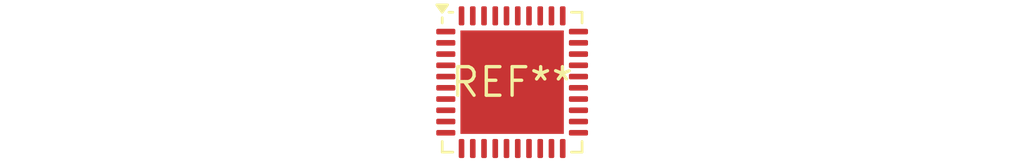
<source format=kicad_pcb>
(kicad_pcb (version 20240108) (generator pcbnew)
  (layers (0 "F.Cu" signal) (31 "B.Cu" signal) (34 "B.Paste" user) (35 "F.Paste" user) (36 "B.SilkS" user "B.Silkscreen") (37 "F.SilkS" user "F.Silkscreen") (38 "B.Mask" user) (39 "F.Mask" user) (44 "Edge.Cuts" user))
  (net 0 "")
  (footprint "LFCSP-40-1EP_6x6mm_P0.5mm_EP4.6x4.6mm" (layer "F.Cu") (at 0 0)
    (property "Reference" "REF**")
    (property "Value" "LFCSP-40-1EP_6x6mm_P0.5mm_EP4.6x4.6mm")
    (fp_line (start -3.11 -2.635) (end -3.11 -2.87) (layer "F.SilkS") (stroke (width 0.12)))
    (fp_line (start -3.11 3.11) (end -3.11 2.635) (layer "F.SilkS") (stroke (width 0.12)))
    (fp_line (start -2.635 -3.11) (end -2.81 -3.11) (layer "F.SilkS") (stroke (width 0.12)))
    (fp_line (start -2.635 3.11) (end -3.11 3.11) (layer "F.SilkS") (stroke (width 0.12)))
    (fp_line (start 2.635 -3.11) (end 3.11 -3.11) (layer "F.SilkS") (stroke (width 0.12)))
    (fp_line (start 2.635 3.11) (end 3.11 3.11) (layer "F.SilkS") (stroke (width 0.12)))
    (fp_line (start 3.11 -3.11) (end 3.11 -2.635) (layer "F.SilkS") (stroke (width 0.12)))
    (fp_line (start 3.11 3.11) (end 3.11 2.635) (layer "F.SilkS") (stroke (width 0.12)))
    (fp_poly (pts (xy -3.11 -3.11) (xy -3.35 -3.44) (xy -2.87 -3.44) (xy -3.11 -3.11)) (layer "F.SilkS") (stroke (width 0.12)) (fill solid))
    (pad "1" smd roundrect (at -2.95 -2.25) (size 0.85 0.25) (layers "F.Cu" "F.Paste" "F.Mask"))
    (pad "2" smd roundrect (at -2.95 -1.75) (size 0.85 0.25) (layers "F.Cu" "F.Paste" "F.Mask"))
    (pad "3" smd roundrect (at -2.95 -1.25) (size 0.85 0.25) (layers "F.Cu" "F.Paste" "F.Mask"))
    (pad "4" smd roundrect (at -2.95 -0.75) (size 0.85 0.25) (layers "F.Cu" "F.Paste" "F.Mask"))
    (pad "5" smd roundrect (at -2.95 -0.25) (size 0.85 0.25) (layers "F.Cu" "F.Paste" "F.Mask"))
    (pad "6" smd roundrect (at -2.95 0.25) (size 0.85 0.25) (layers "F.Cu" "F.Paste" "F.Mask"))
    (pad "7" smd roundrect (at -2.95 0.75) (size 0.85 0.25) (layers "F.Cu" "F.Paste" "F.Mask"))
    (pad "8" smd roundrect (at -2.95 1.25) (size 0.85 0.25) (layers "F.Cu" "F.Paste" "F.Mask"))
    (pad "9" smd roundrect (at -2.95 1.75) (size 0.85 0.25) (layers "F.Cu" "F.Paste" "F.Mask"))
    (pad "10" smd roundrect (at -2.95 2.25) (size 0.85 0.25) (layers "F.Cu" "F.Paste" "F.Mask"))
    (pad "11" smd roundrect (at -2.25 2.95) (size 0.25 0.85) (layers "F.Cu" "F.Paste" "F.Mask"))
    (pad "12" smd roundrect (at -1.75 2.95) (size 0.25 0.85) (layers "F.Cu" "F.Paste" "F.Mask"))
    (pad "13" smd roundrect (at -1.25 2.95) (size 0.25 0.85) (layers "F.Cu" "F.Paste" "F.Mask"))
    (pad "14" smd roundrect (at -0.75 2.95) (size 0.25 0.85) (layers "F.Cu" "F.Paste" "F.Mask"))
    (pad "15" smd roundrect (at -0.25 2.95) (size 0.25 0.85) (layers "F.Cu" "F.Paste" "F.Mask"))
    (pad "16" smd roundrect (at 0.25 2.95) (size 0.25 0.85) (layers "F.Cu" "F.Paste" "F.Mask"))
    (pad "17" smd roundrect (at 0.75 2.95) (size 0.25 0.85) (layers "F.Cu" "F.Paste" "F.Mask"))
    (pad "18" smd roundrect (at 1.25 2.95) (size 0.25 0.85) (layers "F.Cu" "F.Paste" "F.Mask"))
    (pad "19" smd roundrect (at 1.75 2.95) (size 0.25 0.85) (layers "F.Cu" "F.Paste" "F.Mask"))
    (pad "20" smd roundrect (at 2.25 2.95) (size 0.25 0.85) (layers "F.Cu" "F.Paste" "F.Mask"))
    (pad "21" smd roundrect (at 2.95 2.25) (size 0.85 0.25) (layers "F.Cu" "F.Paste" "F.Mask"))
    (pad "22" smd roundrect (at 2.95 1.75) (size 0.85 0.25) (layers "F.Cu" "F.Paste" "F.Mask"))
    (pad "23" smd roundrect (at 2.95 1.25) (size 0.85 0.25) (layers "F.Cu" "F.Paste" "F.Mask"))
    (pad "24" smd roundrect (at 2.95 0.75) (size 0.85 0.25) (layers "F.Cu" "F.Paste" "F.Mask"))
    (pad "25" smd roundrect (at 2.95 0.25) (size 0.85 0.25) (layers "F.Cu" "F.Paste" "F.Mask"))
    (pad "26" smd roundrect (at 2.95 -0.25) (size 0.85 0.25) (layers "F.Cu" "F.Paste" "F.Mask"))
    (pad "27" smd roundrect (at 2.95 -0.75) (size 0.85 0.25) (layers "F.Cu" "F.Paste" "F.Mask"))
    (pad "28" smd roundrect (at 2.95 -1.25) (size 0.85 0.25) (layers "F.Cu" "F.Paste" "F.Mask"))
    (pad "29" smd roundrect (at 2.95 -1.75) (size 0.85 0.25) (layers "F.Cu" "F.Paste" "F.Mask"))
    (pad "30" smd roundrect (at 2.95 -2.25) (size 0.85 0.25) (layers "F.Cu" "F.Paste" "F.Mask"))
    (pad "31" smd roundrect (at 2.25 -2.95) (size 0.25 0.85) (layers "F.Cu" "F.Paste" "F.Mask"))
    (pad "32" smd roundrect (at 1.75 -2.95) (size 0.25 0.85) (layers "F.Cu" "F.Paste" "F.Mask"))
    (pad "33" smd roundrect (at 1.25 -2.95) (size 0.25 0.85) (layers "F.Cu" "F.Paste" "F.Mask"))
    (pad "34" smd roundrect (at 0.75 -2.95) (size 0.25 0.85) (layers "F.Cu" "F.Paste" "F.Mask"))
    (pad "35" smd roundrect (at 0.25 -2.95) (size 0.25 0.85) (layers "F.Cu" "F.Paste" "F.Mask"))
    (pad "36" smd roundrect (at -0.25 -2.95) (size 0.25 0.85) (layers "F.Cu" "F.Paste" "F.Mask"))
    (pad "37" smd roundrect (at -0.75 -2.95) (size 0.25 0.85) (layers "F.Cu" "F.Paste" "F.Mask"))
    (pad "38" smd roundrect (at -1.25 -2.95) (size 0.25 0.85) (layers "F.Cu" "F.Paste" "F.Mask"))
    (pad "39" smd roundrect (at -1.75 -2.95) (size 0.25 0.85) (layers "F.Cu" "F.Paste" "F.Mask"))
    (pad "40" smd roundrect (at -2.25 -2.95) (size 0.25 0.85) (layers "F.Cu" "F.Paste" "F.Mask"))
    (pad "41" smd rect (at 0 0) (size 4.6 4.6) (property pad_prop_heatsink) (layers "F.Cu" "F.Mask"))
  )
)
</source>
